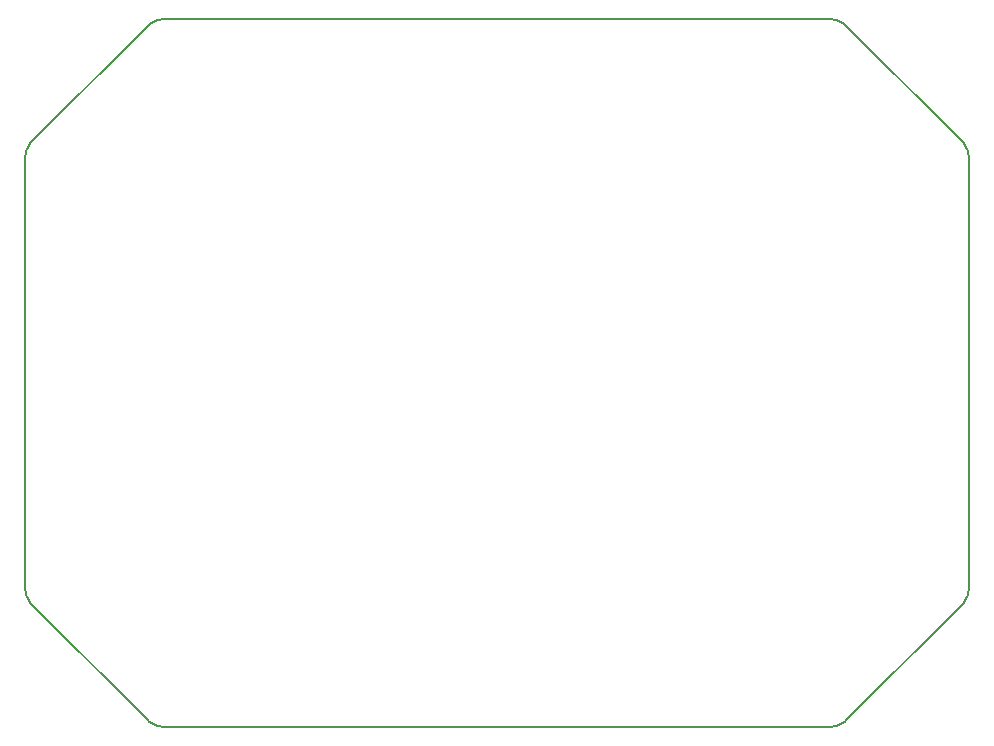
<source format=gbr>
G04 #@! TF.GenerationSoftware,KiCad,Pcbnew,5.1.7-a382d34a8~88~ubuntu20.04.1*
G04 #@! TF.CreationDate,2021-02-09T11:34:01+01:00*
G04 #@! TF.ProjectId,UVDAR_Module,55564441-525f-44d6-9f64-756c652e6b69,rev?*
G04 #@! TF.SameCoordinates,Original*
G04 #@! TF.FileFunction,Profile,NP*
%FSLAX46Y46*%
G04 Gerber Fmt 4.6, Leading zero omitted, Abs format (unit mm)*
G04 Created by KiCad (PCBNEW 5.1.7-a382d34a8~88~ubuntu20.04.1) date 2021-02-09 11:34:01*
%MOMM*%
%LPD*%
G01*
G04 APERTURE LIST*
G04 #@! TA.AperFunction,Profile*
%ADD10C,0.150000*%
G04 #@! TD*
G04 APERTURE END LIST*
D10*
X70498949Y-129499212D02*
G75*
G03*
X72000000Y-130000000I1501051J1999212D01*
G01*
X60500788Y-119501051D02*
X70500000Y-129500000D01*
X60500788Y-119501051D02*
G75*
G02*
X60000000Y-118000000I1999212J1501051D01*
G01*
X129501051Y-70500788D02*
G75*
G03*
X128000000Y-70000000I-1501051J-1999212D01*
G01*
X139499212Y-80498949D02*
G75*
G02*
X140000000Y-82000000I-1999212J-1501051D01*
G01*
X139499212Y-80498949D02*
X129500000Y-70500000D01*
X129501051Y-129499212D02*
G75*
G02*
X128000000Y-130000000I-1501051J1999212D01*
G01*
X129501051Y-129499212D02*
X139500000Y-119500000D01*
X139499212Y-119501051D02*
G75*
G03*
X140000000Y-118000000I-1999212J1501051D01*
G01*
X70498949Y-70500788D02*
X60500000Y-80500000D01*
X60500788Y-80498949D02*
G75*
G03*
X60000000Y-82000000I1999212J-1501051D01*
G01*
X70498949Y-70500788D02*
G75*
G02*
X72000000Y-70000000I1501051J-1999212D01*
G01*
X128000000Y-70000000D02*
X72000000Y-70000000D01*
X60000000Y-82000000D02*
X60000000Y-118000000D01*
X140000000Y-118000000D02*
X140000000Y-82000000D01*
X72000000Y-130000000D02*
X128000000Y-130000000D01*
M02*

</source>
